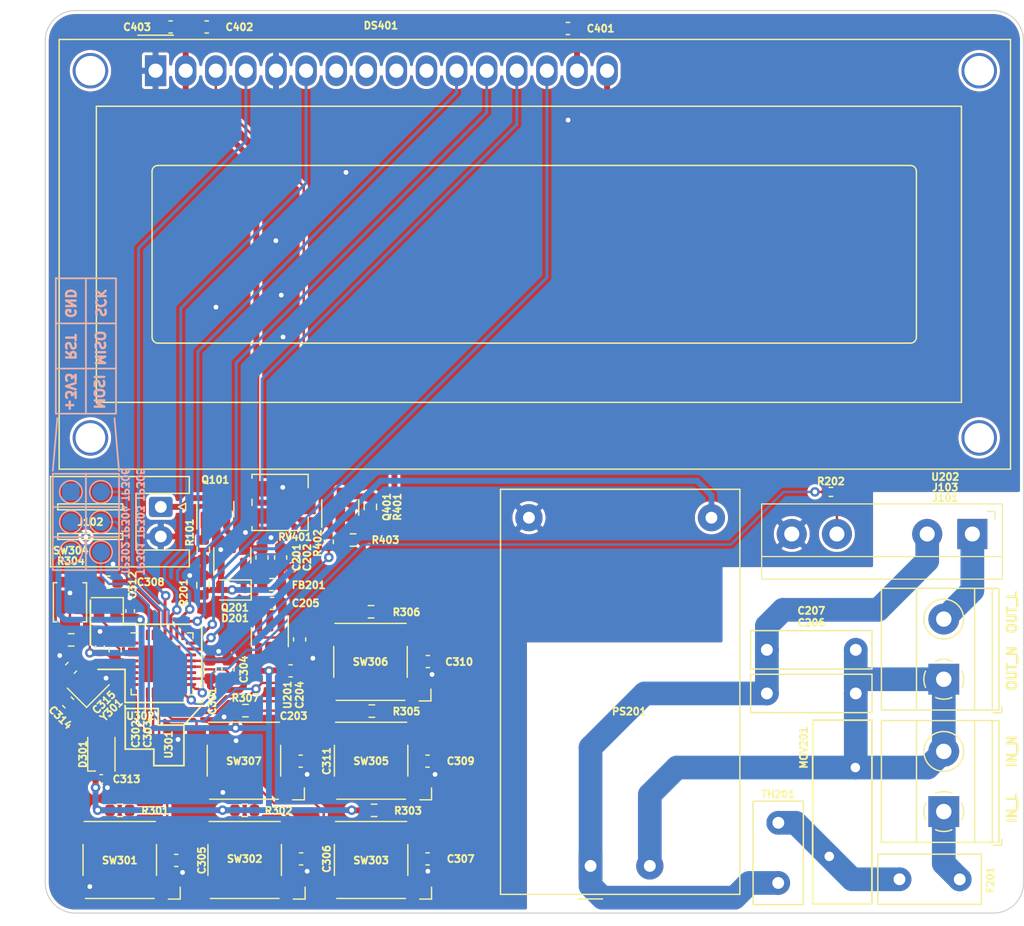
<source format=kicad_pcb>
(kicad_pcb (version 20221018) (generator pcbnew)
  (layers (0 "F.Cu" signal) (31 "B.Cu" signal) (34 "B.Paste" user) (35 "F.Paste" user) (36 "B.SilkS" user "B.Silkscreen") (37 "F.SilkS" user "F.Silkscreen") (38 "B.Mask" user) (39 "F.Mask" user) (44 "Edge.Cuts" user))
  (net 0 "")
  (net 1 "/Digital_Timer_Switch_Power/AC_L")
  (net 2 "GND")
  (net 3 "/Digital_Timer_Switch_Power/AC_IN_N")
  (net 4 "+5V")
  (net 5 "+3V3")
  (net 6 "Net-(D201-K)")
  (net 7 "Net-(D201-A)")
  (net 9 "/Digital_Timer_Switch_Power/AC_IN_L")
  (net 10 "/MCU_ATMEGA328P-M/XH1")
  (net 11 "Net-(U301-AREF)")
  (net 12 "/MCU_ATMEGA328P-M/PD6")
  (net 13 "Net-(F201-Pad1)")
  (net 14 "Net-(Q401-B)")
  (net 15 "Net-(Q401-C)")
  (net 16 "Net-(R202-Pad1)")
  (net 17 "/MCU_ATMEGA328P-M/PD7")
  (net 18 "Net-(J102-Pin_1)")
  (net 19 "/MODULE_LCD1602_4BIT/CATHODE")
  (net 20 "Net-(Q101-G)")
  (net 21 "/MODULE_LCD1602_4BIT/CONTRAST")
  (net 22 "/Digital_Timer_Switch_Power/VAUX")
  (net 23 "/MCU_ATMEGA328P-M/PB0")
  (net 24 "/MCU_ATMEGA328P-M/XH2")
  (net 27 "/MCU_ATMEGA328P-M/PB2")
  (net 30 "/MCU_ATMEGA328P-M/NRST")
  (net 31 "/MCU_ATMEGA328P-M/PB3")
  (net 32 "/MCU_ATMEGA328P-M/PB1")
  (net 33 "/MCU_ATMEGA328P-M/PB4")
  (net 38 "/Digital_Timer_Switch_Power/AC_OUT")
  (net 40 "/MCU_ATMEGA328P-M/XL")
  (net 41 "/MCU_ATMEGA328P-M/LED")
  (net 42 "/MCU_ATMEGA328P-M/PC0")
  (net 43 "/MCU_ATMEGA328P-M/PC1")
  (net 44 "/MCU_ATMEGA328P-M/PB5")
  (net 45 "/MCU_ATMEGA328P-M/PC2")
  (net 46 "/MCU_ATMEGA328P-M/PC3")
  (net 47 "/MCU_ATMEGA328P-M/PC4")
  (net 48 "/MCU_ATMEGA328P-M/PC5")
  (footprint "Button_Switch_SMD:SW_SPST_Omron_B3FS-105xP" (layer "F.Cu") (at 119.8372 128.234 180)
    (fp_text reference "SW307")
    (fp_text value "SW_PROG")
  )
  (footprint "Diode_SMD:D_SOD-323F" (layer "F.Cu") (at 118.8378 113.8197 180)
    (fp_text reference "D201")
    (fp_text value "2.5A")
  )
  (footprint "Potentiometer_SMD:Potentiometer_Bourns_3314J_Vertical" (layer "F.Cu") (at 122.8852 106.426 90)
    (fp_text reference "RV401")
    (fp_text value "10K")
  )
  (footprint "Resistor_SMD:R_0402_1005Metric" (layer "F.Cu") (at 169.3692 105.537 180)
    (fp_text reference "R202")
    (fp_text value "1K 0.1%")
  )
  (footprint "Capacitor_SMD:C_0603_1608Metric" (layer "F.Cu") (at 105.254434 120.396 -135)
    (fp_text reference "C315")
    (fp_text value "22p 1% 50V")
  )
  (footprint "Button_Switch_SMD:SW_SPST_Omron_B3FS-105xP" (layer "F.Cu") (at 119.9002 136.616 180)
    (fp_text reference "SW302")
    (fp_text value "SW_TIME")
  )
  (footprint "Capacitor_SMD:C_0603_1608Metric" (layer "F.Cu") (at 123.7742 120.65)
    (fp_text reference "C203")
    (fp_text value "1u 10% 10V")
  )
  (footprint "My_Relay_SolidState:CPC1998J" (layer "F.Cu") (at 181.3052 109.093 180)
    (fp_text reference "U202")
    (fp_text value "CPC1998J")
  )
  (footprint "Button_Switch_SMD:SW_SPST_Omron_B3FS-105xP" (layer "F.Cu") (at 109.3592 136.616 180)
    (fp_text reference "SW301")
    (fp_text value "SW_AUTO")
  )
  (footprint "Resistor_SMD:R_0603_1608Metric" (layer "F.Cu") (at 119.9002 132.425)
    (fp_text reference "R302")
    (fp_text value "10K 0.1%")
  )
  (footprint "Capacitor_SMD:C_0402_1005Metric" (layer "F.Cu") (at 107.7974 129.7714)
    (fp_text reference "C313")
    (fp_text value "100n 10V 5%")
  )
  (footprint "Capacitor_SMD:C_0603_1608Metric" (layer "F.Cu") (at 124.6632 136.525)
    (fp_text reference "C306")
    (fp_text value "1u 10% 10V")
  )
  (footprint "Resistor_SMD:R_0603_1608Metric" (layer "F.Cu") (at 119.9642 124.007)
    (fp_text reference "R307")
    (fp_text value "10K 0.1%")
  )
  (footprint "Inductor_SMD:L_0603_1608Metric" (layer "F.Cu") (at 122.174 113.3602)
    (fp_text reference "FB201")
    (fp_text value "220R@100MHz 1.5A")
  )
  (footprint "Capacitor_SMD:C_0603_1608Metric" (layer "F.Cu") (at 116.967 120.5318 90)
    (fp_text reference "C301")
    (fp_text value "100n 10% 10V")
  )
  (footprint "Resistor_SMD:R_0402_1005Metric" (layer "F.Cu") (at 127 109.7534 90)
    (fp_text reference "R402")
    (fp_text value "1K 0.1%")
  )
  (footprint "Resistor_SMD:R_0603_1608Metric" (layer "F.Cu") (at 130.5682 115.661)
    (fp_text reference "R306")
    (fp_text value "10K 0.1%")
  )
  (footprint "Capacitor_SMD:C_0603_1608Metric" (layer "F.Cu") (at 135.3312 136.525)
    (fp_text reference "C307")
    (fp_text value "1u 10% 10V")
  )
  (footprint "Capacitor_SMD:C_0402_1005Metric" (layer "F.Cu") (at 107.696 118.6548 90)
    (fp_text reference "C302")
    (fp_text value "10u 20% 10V X5R")
  )
  (footprint "Resistor_SMD:R_0603_1608Metric" (layer "F.Cu") (at 109.3592 132.425)
    (fp_text reference "R301")
    (fp_text value "10K 0.1%")
  )
  (footprint "Package_TO_SOT_SMD:SOT-23" (layer "F.Cu") (at 117.4242 106.998 90)
    (fp_text reference "Q101")
    (fp_text value "AO3401A")
  )
  (footprint "Capacitor_SMD:C_0603_1608Metric" (layer "F.Cu") (at 124.5362 117.996 90)
    (fp_text reference "C204")
    (fp_text value "100n 10% 10V")
  )
  (footprint "Capacitor_SMD:C_0603_1608Metric" (layer "F.Cu") (at 121.3612 111.0742 90)
    (fp_text reference "C201")
    (fp_text value "1u 10% 10V")
  )
  (footprint "Crystal:Crystal_SMD_2016-4Pin_2.0x1.6mm" (layer "F.Cu") (at 108.3056 115.6146 180)
    (fp_text reference "U302")
    (fp_text value "SX1M32.768KM10F30TN")
  )
  (footprint "LED_SMD:LED_WS2812B-2020_PLCC4_2.0x2.0mm" (layer "F.Cu") (at 107.8064 127.6864 90)
    (fp_text reference "D301")
    (fp_text value "WS2812B")
  )
  (footprint "TerminalBlock_Phoenix:TerminalBlock_Phoenix_MKDS-1,5-2-5.08_1x02_P5.08mm_Horizontal" (layer "F.Cu") (at 178.8922 132.528 90)
    (fp_text reference "J101")
    (fp_text value "AC_IN")
  )
  (footprint "Capacitor_SMD:C_0603_1608Metric" (layer "F.Cu") (at 124.6254 128.27)
    (fp_text reference "C311")
    (fp_text value "1u 10% 10V")
  )
  (footprint "Capacitor_THT:C_Rect_L10.0mm_W3.0mm_P7.50mm_MKS4" (layer "F.Cu") (at 163.9662 118.872)
    (fp_text reference "C207")
    (fp_text value "0.33u 275V")
  )
  (footprint "Capacitor_THT:C_Rect_L10.0mm_W3.0mm_P7.50mm_MKS4" (layer "F.Cu") (at 163.9662 122.555)
    (fp_text reference "C206")
    (fp_text value "0.33u 275V")
  )
  (footprint "Capacitor_SMD:C_0603_1608Metric" (layer "F.Cu") (at 135.3566 119.8626)
    (fp_text reference "C310")
    (fp_text value "1u 10% 10V")
  )
  (footprint "Resistor_SMD:R_0603_1608Metric" (layer "F.Cu") (at 105.2576 118.0338 180)
    (fp_text reference "R304")
    (fp_text value "10K 0.1%")
  )
  (footprint "Package_DFN_QFN:QFN-32-1EP_5x5mm_P0.5mm_EP3.1x3.1mm" (layer "F.Cu") (at 112.9275 120.0518)
    (fp_text reference "U301")
    (fp_text value "ATmega328P-M")
  )
  (footprint "Package_TO_SOT_SMD:SOT-23" (layer "F.Cu") (at 118.8568 110.8987 90)
    (fp_text reference "Q201")
    (fp_text value "AO3401A")
  )
  (footprint "Connector_JST:JST_XH_S2B-XH-A_1x02_P2.50mm_Horizontal" (layer "F.Cu") (at 112.8192 106.8035 -90)
    (fp_text reference "J102")
    (fp_text value "Conn_VIN")
  )
  (footprint "Package_TO_SOT_SMD:SOT-23-5" (layer "F.Cu") (at 122.0216 117.7997 -90)
    (fp_text reference "U201")
    (fp_text value "TLV75733PDBV")
  )
  (footprint "Resistor_SMD:R_0603_1608Metric" (layer "F.Cu") (at 116.3828 113.411 90)
    (fp_text reference "R201")
    (fp_text value "10K 0.1%")
  )
  (footprint "Display:WC1602A" (layer "F.Cu") (at 112.3823 69.977)
    (fp_text reference "DS401")
    (fp_text value "WC1602A")
  )
  (footprint "Capacitor_SMD:C_0603_1608Metric" (layer "F.Cu") (at 114.1222 136.652)
    (fp_text reference "C305")
    (fp_text value "1u 10% 10V")
  )
  (footprint "Resistor_SMD:R_0603_1608Metric" (layer "F.Cu") (at 130.5052 106.807 90)
    (fp_text reference "R401")
    (fp_text value "100R")
  )
  (footprint "Capacitor_SMD:C_0402_1005Metric" (layer "F.Cu") (at 110.236 115.5954 90)
    (fp_text reference "C312")
    (fp_text value "100n 10V 5%")
  )
  (footprint "Varistor:RV_Disc_D15.5mm_W5mm_P7.5mm" (layer "F.Cu") (at 169.2297 136.311 90)
    (fp_text reference "MOV201")
    (fp_text value "300V")
  )
  (footprint "Capacitor_SMD:C_0603_1608Metric" (layer "F.Cu") (at 147.1763 66.4115 180)
    (fp_text reference "C401")
    (fp_text value "100n 10% 10V")
  )
  (footprint "Resistor_SMD:R_0603_1608Metric" (layer "F.Cu") (at 129.0452 109.601)
    (fp_text reference "R403")
    (fp_text value "10K 0.1%")
  )
  (footprint "Capacitor_SMD:C_0603_1608Metric" (layer "F.Cu") (at 113.6483 66.2845 180)
    (fp_text reference "C403")
    (fp_text value "100n 10% 10V")
  )
  (footprint "Capacitor_SMD:C_0603_1608Metric" (layer "F.Cu") (at 135.3312 128.27)
    (fp_text reference "C309")
    (fp_text value "1u 10% 10V")
  )
  (footprint "Capacitor_SMD:C_0603_1608Metric" (layer "F.Cu") (at 122.2104 114.9529 180)
    (fp_text reference "C205")
    (fp_text value "1u 10% 10V")
  )
  (footprint "Fuse:Fuse_Littelfuse_395Series" (layer "F.Cu") (at 164.9222 138.557 90)
    (fp_text reference "TH201")
    (fp_text value "NTC")
  )
  (footprint "Capacitor_SMD:C_0603_1608Metric" (layer "F.Cu") (at 122.936 111.0742 90)
    (fp_text reference "C202")
    (fp_text value "1u 10% 10V")
  )
  (footprint "Capacitor_SMD:C_0603_1608Metric" (layer "F.Cu") (at 105.000434 123.317 135)
    (fp_text reference "C314")
    (fp_text value "22p 1% 50V")
  )
  (footprint "Button_Switch_SMD:SW_SPST_Omron_B3FS-105xP" (layer "F.Cu") (at 130.5682 136.616 180)
    (fp_text reference "SW303")
    (fp_text value "SW_DAY")
  )
  (footprint "Button_Switch_SMD:SW_SPST_Omron_B3FS-105xP" (layer "F.Cu") (at 130.5174 119.888 180)
    (fp_text reference "SW306")
    (fp_text value "SW_MIN")
  )
  (footprint "Button_Switch_SMD:SW_SPST_B3U-1000P" (layer "F.Cu") (at 105.156 114.857 -90)
    (fp_text reference "SW304")
    (fp_text value "SW_RST")
  )
  (footprint "Package_TO_SOT_SMD:SOT-23" (layer "F.Cu") (at 127.9652 106.8555 90)
    (fp_text reference "Q401")
    (fp_text value "MMBT3904")
  )
  (footprint "Crystal:Crystal_SMD_2016-4Pin_2.0x1.6mm" (layer "F.Cu") (at 106.700934 121.9626 45)
    (fp_text reference "Y301")
    (fp_text value "16MHz")
  )
  (footprint "Capacitor_SMD:C_0603_1608Metric" (layer "F.Cu") (at 108.966 118.9062 90)
    (fp_text reference "C303")
    (fp_text value "100n 10% 10V")
  )
  (footprint "Resistor_SMD:R_0603_1608Metric" (layer "F.Cu") (at 130.6322 124.043)
    (fp_text reference "R305")
    (fp_text value "10K 0.1%")
  )
  (footprint "Capacitor_SMD:C_0603_1608Metric" (layer "F.Cu") (at 116.6963 66.2845)
    (fp_text reference "C402")
    (fp_text value "1u 10% 10V")
  )
  (footprint "Button_Switch_SMD:SW_SPST_Omron_B3FS-105xP" (layer "F.Cu") (at 130.5682 128.234 180)
    (fp_text reference "SW305")
    (fp_text value "SW_HOUR")
  )
  (footprint "Resistor_SMD:R_0603_1608Metric" (layer "F.Cu") (at 116.4082 110.427 -90)
    (fp_text reference "R101")
    (fp_text value "10K 0.1%")
  )
  (footprint "Converter_ACDC:Converter_ACDC_HiLink_HLK-PMxx" (layer "F.Cu") (at 149.0872 137.1175 90)
    (fp_text reference "PS201")
    (fp_text value "HLK-PM03")
  )
  (footprint "TerminalBlock_Phoenix:TerminalBlock_Phoenix_MKDS-1,5-2-5.08_1x02_P5.08mm_Horizontal" (layer "F.Cu") (at 178.8922 121.357 90)
    (fp_text reference "J103")
    (fp_text value "AC_OUT")
  )
  (footprint "Capacitor_SMD:C_0603_1608Metric" (layer "F.Cu") (at 108.4072 113.157)
    (fp_text reference "C308")
    (fp_text value "1u 10% 10V")
  )
  (footprint "Capacitor_SMD:C_0603_1608Metric" (layer "F.Cu") (at 118.491 120.5188 90)
    (fp_text reference "C304")
    (fp_text value "100n 10% 10V")
  )
  (footprint "Fuse:Fuse_Littelfuse_395Series" (layer "F.Cu") (at 175.1582 138.243)
    (fp_text reference "F201")
    (fp_text value "5A")
  )
  (footprint "Resistor_SMD:R_0603_1608Metric" (layer "F.Cu") (at 130.8222 132.425)
    (fp_text reference "R303")
    (fp_text value "10K 0.1%")
  )
  (footprint "TestPoint:TestPoint_Pad_D1.5mm" (layer "B.Cu") (at 105.2322 105.537 -90)
    (fp_text reference "TP306")
    (fp_text value "TP_GND")
  )
  (footprint "TestPoint:TestPoint_Pad_D1.5mm" (layer "B.Cu") (at 107.7722 108.077 -90)
    (fp_text reference "TP303")
    (fp_text value "TP_MISO")
  )
  (footprint "TestPoint:TestPoint_Pad_D1.5mm" (layer "B.Cu") (at 107.7722 110.617 -90)
    (fp_text reference "TP301")
    (fp_text value "TP_MOSI")
  )
  (footprint "TestPoint:TestPoint_Pad_D1.5mm" (layer "B.Cu") (at 105.2322 108.077 -90)
    (fp_text reference "TP304")
    (fp_text value "TP_RST")
  )
  (footprint "TestPoint:TestPoint_Pad_D1.5mm" (layer "B.Cu") (at 105.2322 110.617 -90)
    (fp_text reference "TP302")
    (fp_text value "TP_VCC")
  )
  (footprint "TestPoint:TestPoint_Pad_D1.5mm" (layer "B.Cu") (at 107.7722 105.537 -90)
    (fp_text reference "TP305")
    (fp_text value "TP_SCK")
  )
  (gr_line (start 109.2962 103.759) (end 108.9152 99.314) (stroke (width 0.15)) (layer "B.SilkS"))
  (gr_line (start 103.7082 106.807) (end 109.2962 106.807) (stroke (width 0.15)) (layer "B.SilkS"))
  (gr_line (start 106.5022 98.933) (end 106.5022 87.503) (stroke (width 0.15)) (layer "B.SilkS"))
  (gr_line (start 103.9622 91.313) (end 109.0422 91.313) (stroke (width 0.15)) (layer "B.SilkS"))
  (gr_line (start 103.7082 109.347) (end 109.2962 109.347) (stroke (width 0.15)) (layer "B.SilkS"))
  (gr_line (start 104.0892 99.314) (end 103.7082 103.759) (stroke (width 0.15)) (layer "B.SilkS"))
  (gr_rect (start 103.9622 87.503) (end 109.0422 98.933) (stroke (width 0.15)) (fill none) (layer "B.SilkS"))
  (gr_line (start 106.5022 112.141) (end 106.5022 104.013) (stroke (width 0.15)) (layer "B.SilkS"))
  (gr_line (start 109.0422 95.123) (end 103.9622 95.123) (stroke (width 0.15)) (layer "B.SilkS"))
  (gr_rect (start 103.7082 104.013) (end 109.2962 112.141) (stroke (width 0.15)) (fill none) (layer "B.SilkS"))
  (gr_line (start 109.8202 124.079) (end 109.8202 127.254) (stroke (width 0.15)) (layer "F.SilkS"))
  (gr_line (start 116.2812 123.317) (end 116.2812 123.063) (stroke (width 0.15)) (layer "F.SilkS"))
  (gr_line (start 112.2332 128.651) (end 112.2332 127.254) (stroke (width 0.15)) (layer "F.SilkS"))
  (gr_line (start 115.9002 123.317) (end 116.2812 123.317) (stroke (width 0.15)) (layer "F.SilkS"))
  (gr_line (start 109.8042 120.523) (end 109.8042 123.317) (stroke (width 0.15)) (layer "F.SilkS"))
  (gr_line (start 109.8202 124.079) (end 109.8202 123.825) (stroke (width 0.15)) (layer "F.SilkS"))
  (gr_line (start 112.5982 123.825) (end 112.5982 125.222) (stroke (width 0.15)) (layer "F.SilkS"))
  (gr_line (start 115.2652 116.713) (end 109.8042 116.713) (stroke (width 0.15)) (layer "F.SilkS"))
  (gr_line (start 114.8842 125.095) (end 116.2812 123.571) (stroke (width 0.15)) (layer "F.SilkS"))
  (gr_line (start 109.8202 127.254) (end 112.2332 127.254) (stroke (width 0.15)) (layer "F.SilkS"))
  (gr_line (start 112.5982 125.222) (end 114.7732 125.222) (stroke (width 0.15)) (layer "F.SilkS"))
  (gr_line (start 106.8832 114.681) (end 106.8832 118.491) (stroke (width 0.15)) (layer "F.SilkS"))
  (gr_line (start 109.8202 123.825) (end 109.8042 123.571) (stroke (width 0.15)) (layer "F.SilkS"))
  (gr_line (start 114.7732 128.651) (end 114.7732 125.222) (stroke (width 0.15)) (layer "F.SilkS"))
  (gr_line (start 109.8042 120.523) (end 107.5182 120.523) (stroke (width 0.15)) (layer "F.SilkS"))
  (gr_line (start 109.8042 123.317) (end 114.7572 123.317) (stroke (width 0.15)) (layer "F.SilkS"))
  (gr_line (start 112.2332 128.651) (end 114.7732 128.651) (stroke (width 0.15)) (layer "F.SilkS"))
  (gr_line (start 116.2812 122.047) (end 116.2812 116.967) (stroke (width 0.15)) (layer "F.SilkS"))
  (gr_line (start 109.8202 123.825) (end 112.5982 123.825) (stroke (width 0.15)) (layer "F.SilkS"))
  (gr_arc (start 105.6132 141.097) (mid 103.817149 140.353051) (end 103.0732 138.557) (stroke (width 0.1)) (layer "Edge.Cuts"))
  (gr_line (start 183.0832 141.097) (end 105.6132 141.097) (stroke (width 0.1)) (layer "Edge.Cuts"))
  (gr_arc (start 183.0832 64.897) (mid 184.879251 65.640949) (end 185.6232 67.437) (stroke (width 0.1)) (layer "Edge.Cuts"))
  (gr_line (start 105.6132 64.897) (end 183.0832 64.897) (stroke (width 0.1)) (layer "Edge.Cuts"))
  (gr_arc (start 185.6232 138.557) (mid 184.879251 140.353051) (end 183.0832 141.097) (stroke (width 0.1)) (layer "Edge.Cuts"))
  (gr_arc (start 103.0732 67.437) (mid 103.817149 65.640949) (end 105.6132 64.897) (stroke (width 0.1)) (layer "Edge.Cuts"))
  (gr_line (start 103.0732 138.557) (end 103.0732 67.437) (stroke (width 0.1)) (layer "Edge.Cuts"))
  (gr_line (start 185.6232 67.437) (end 185.6232 138.557) (stroke (width 0.1)) (layer "Edge.Cuts"))
  (gr_text "SCK" (at 107.2642 88.265 -90) (layer "B.SilkS") (effects (font (size 0.8 0.8) (thickness 0.2) bold) (justify right bottom mirror)))
  (gr_text "MOSI" (at 107.1372 95.504 -90) (layer "B.SilkS") (effects (font (size 0.8 0.8) (thickness 0.2) bold) (justify right bottom mirror)))
  (gr_text "GND" (at 104.7242 88.265 -90) (layer "B.SilkS") (effects (font (size 0.8 0.8) (thickness 0.2) bold) (justify right bottom mirror)))
  (gr_text "+3V3" (at 104.7242 95.377 -90) (layer "B.SilkS") (effects (font (size 0.8 0.8) (thickness 0.2) bold) (justify right bottom mirror)))
  (gr_text "RST" (at 104.7242 92.075 -90) (layer "B.SilkS") (effects (font (size 0.8 0.8) (thickness 0.2) bold) (justify right bottom mirror)))
  (gr_text "MISO" (at 107.2134 91.821 -90) (layer "B.SilkS") (effects (font (size 0.8 0.8) (thickness 0.2) bold) (justify right bottom mirror)))
  (gr_text "OUT_N" (at 185.1152 122.428 90) (layer "F.SilkS") (effects (font (size 0.8 0.8) (thickness 0.2) bold) (justify left bottom)))
  (gr_text "IN_N" (at 185.1152 128.905 90) (layer "F.SilkS") (effects (font (size 0.8 0.8) (thickness 0.2) bold) (justify left bottom)))
  (gr_text "IN_L" (at 185.1152 133.604 90) (layer "F.SilkS") (effects (font (size 0.8 0.8) (thickness 0.2) bold) (justify left bottom)))
  (gr_text "OUT_L" (at 185.1152 117.602 90) (layer "F.SilkS") (effects (font (size 0.8 0.8) (thickness 0.2) bold) (justify left bottom)))
  (segment (start 149.0872 127.1124) (end 153.6446 122.555) (width 2) (layer "B.Cu") (net 1))
  (segment (start 161.2438 139.797) (end 150.084 139.797) (width 2) (layer "B.Cu") (net 1))
  (segment (start 173.355 115.4938) (end 165.3286 115.4938) (width 2) (layer "B.Cu") (net 1))
  (segment (start 150.084 139.797) (end 149.0872 138.8002) (width 2) (layer "B.Cu") (net 1))
  (segment (start 149.0872 137.1175) (end 149.0872 127.1124) (width 2) (layer "B.Cu") (net 1))
  (segment (start 149.0872 138.8002) (end 149.0872 137.1175) (width 2) (layer "B.Cu") (net 1))
  (segment (start 177.4952 109.093) (end 177.4952 111.3536) (width 2) (layer "B.Cu") (net 1))
  (segment (start 177.4952 111.3536) (end 173.355 115.4938) (width 2) (layer "B.Cu") (net 1))
  (segment (start 162.4838 138.557) (end 161.2438 139.797) (width 2) (layer "B.Cu") (net 1))
  (segment (start 163.9662 122.555) (end 163.9662 118.872) (width 2) (layer "B.Cu") (net 1))
  (segment (start 165.3286 115.4938) (end 163.9662 116.8562) (width 2) (layer "B.Cu") (net 1))
  (segment (start 153.6446 122.555) (end 163.9662 122.555) (width 2) (layer "B.Cu") (net 1))
  (segment (start 163.9662 116.8562) (end 163.9662 118.872) (width 2) (layer "B.Cu") (net 1))
  (segment (start 164.9222 138.557) (end 162.4838 138.557) (width 2) (layer "B.Cu") (net 1))
  (segment (start 107.607066 121.856534) (end 108.201235 121.262365) (width 0.5) (layer "F.Cu") (net 2))
  (segment (start 110.49 119.3018) (end 109.8276 119.3018) (width 0.2) (layer "F.Cu") (net 2))
  (segment (start 115.365 119.8018) (end 113.1775 119.8018) (width 0.2) (layer "F.Cu") (net 2))
  (segment (start 110.49 120.3018) (end 112.6775 120.3018) (width 0.2) (layer "F.Cu") (net 2))
  (segment (start 116.922 119.8018) (end 116.967 119.7568) (width 0.2) (layer "F.Cu") (net 2))
  (segment (start 112.6775 120.3018) (end 112.9275 120.0518) (width 0.2) (layer "F.Cu") (net 2))
  (segment (start 107.696 118.1748) (end 108.9224 118.1748) (width 0.2) (layer "F.Cu") (net 2))
  (segment (start 112.1775 119.3018) (end 112.9275 120.0518) (width 0.2) (layer "F.Cu") (net 2))
  (segment (start 107.584817 121.856534) (end 107.607066 121.856534) (width 0.5) (layer "F.Cu") (net 2))
  (segment (start 115.365 119.8018) (end 116.922 119.8018) (width 0.2) (layer "F.Cu") (net 2))
  (segment (start 110.49 119.3018) (end 112.1775 119.3018) (width 0.2) (layer "F.Cu") (net 2))
  (segment (start 110.209408 114.4915) (end 110.236 114.518092) (width 0.5) (layer "F.Cu") (net 2))
  (segment (start 122.0216 116.6622) (end 122.0216 115.5391) (width 0.5) (layer "F.Cu") (net 2))
  (segment (start 110.236 114.518092) (end 110.236 115.1154) (width 0.5) (layer "F.Cu") (net 2))
  (segment (start 108.2774 129.7714) (end 108.2774 130.468097) (width 0.5) (layer "F.Cu") (net 2))
  (segment (start 113.1775 119.8018) (end 112.9275 120.0518) (width 0.2) (layer "F.Cu") (net 2))
  (segment (start 122.0216 115.5391) (end 121.4354 114.9529) (width 0.5) (layer "F.Cu") (net 2))
  (segment (start 108.966 118.4402) (end 108.966 118.1312) (width 0.2) (layer "F.Cu") (net 2))
  (segment (start 108.9224 118.1748) (end 108.966 118.1312) (width 0.2) (layer "F.Cu") (net 2))
  (segment (start 108.2774 130.468097) (end 108.314503 130.5052) (width 0.5) (layer "F.Cu") (net 2))
  (segment (start 109.8276 119.3018) (end 108.966 118.4402) (width 0.2) (layer "F.Cu") (net 2))
  (via (at 118.0592 130.9116) (size 0.8) (drill 0.4) (layers "F.Cu" "B.Cu") (net 2))
  (via (at 114.2746 126.4412) (size 0.8) (drill 0.4) (layers "F.Cu" "B.Cu") (net 2))
  (via (at 106.8324 138.8618) (size 0.8) (drill 0.4) (layers "F.Cu" "B.Cu") (net 2))
  (via (at 125.1712 137.5664) (size 0.8) (drill 0.4) (layers "F.Cu" "B.Cu") (net 2))
  (via (at 117.7036 118.999) (size 0.8) (drill 0.4) (layers "F.Cu" "B.Cu") (net 2))
  (via (at 107.696 117.3226) (size 0.8) (drill 0.4) (layers "F.Cu" "B.Cu") (net 2))
  (via (at 119.1768 126.5428) (size 0.8) (drill 0.4) (layers "F.Cu" "B.Cu") (net 2))
  (via (at 125.6538 119.5832) (size 0.8) (drill 0.4) (layers "F.Cu" "B.Cu") (net 2))
  (via (at 122.5296 84.328) (size 0.8) (drill 0.4) (layers "F.Cu" "B.Cu") (net 2))
  (via (at 122.9868 88.9254) (size 0.8) (drill 0.4) (layers "F.Cu" "B.Cu") (net 2))
  (via (at 114.6556 137.668) (size 0.8) (drill 0.4) (layers "F.Cu" "B.Cu") (net 2))
  (via (at 135.7122 120.9548) (size 0.8) (drill 0.4) (layers "F.Cu" "B.Cu") (net 2))
  (via (at 135.3566 137.5664) (size 0.8) (drill 0.4) (layers "F.Cu" "B.Cu") (net 2))
  (via (at 108.314503 130.5052) (size 0.8) (drill 0.4) (layers "F.Cu" "B.Cu") (net 2))
  (via (at 104.2924 119.3546) (size 0.8) (drill 0.4) (layers "F.Cu" "B.Cu") (net 2))
  (via (at 115.2652 112.5982) (size 0.8) (drill 0.4) (layers "F.Cu" "B.Cu") (net 2))
  (via (at 108.201235 121.262365) (size 0.8) (drill 0.4) (layers "F.Cu" "B.Cu") (net 2))
  (via (at 122.1232 109.3978) (size 0.8) (drill 0.4) (layers "F.Cu" "B.Cu") (net 2))
  (via (at 117.8814 110.4138) (size 0.8) (drill 0.4) (layers "F.Cu" "B.Cu") (net 2))
  (via (at 117.475 89.9414) (size 0.8) (drill 0.4) (layers "F.Cu" "B.Cu") (net 2))
  (via (at 108.7882 111.633) (size 0.8) (drill 0.4) (layers "F.Cu" "B.Cu") (net 2))
  (via (at 125.1712 129.3876) (size 0.8) (drill 0.4) (layers "F.Cu" "B.Cu") (net 2))
  (via (at 105.156 114.0714) (size 0.8) (drill 0.4) (layers "F.Cu" "B.Cu") (net 2))
  (via (at 123.1392 92.456) (size 0.8) (drill 0.4) (layers "F.Cu" "B.Cu") (net 2))
  (via (at 135.9662 129.3876) (size 0.8) (drill 0.4) (layers "F.Cu" "B.Cu") (net 2))
  (via (at 123.1138 105.156) (size 0.8) (drill 0.4) (layers "F.Cu" "B.Cu") (net 2))
  (via (at 118.1608 124.5362) (size 0.8) (drill 0.4) (layers "F.Cu" "B.Cu") (net 2))
  (via (at 147.193 74.1426) (size 0.8) (drill 0.4) (layers "F.Cu" "B.Cu") (net 2))
  (via (at 110.209408 114.4915) (size 0.8) (drill 0.4) (layers "F.Cu" "B.Cu") (net 2))
  (via (at 128.4478 78.5622) (size 0.8) (drill 0.4) (layers "F.Cu" "B.Cu") (net 2))
  (via (at 119.9642 108.966) (size 0.8) (drill 0.4) (layers "F.Cu" "B.Cu") (net 2))
  (segment (start 154.0872 131.104) (end 156.3802 128.811) (width 2) (layer "B.Cu") (net 3))
  (segment (start 171.4662 122.555) (end 171.4662 128.7745) (width 2) (layer "B.Cu") (net 3))
  (segment (start 177.5292 128.811) (end 178.8922 127.448) (width 2) (layer "B.Cu") (net 3))
  (segment (start 171.4297 128.811) (end 177.5292 128.811) (width 2) (layer "B.Cu") (net 3))
  (segment (start 154.0872 137.1175) (end 154.0872 131.104) (width 2) (layer "B.Cu") (net 3))
  (segment (start 156.3802 128.811) (end 171.4297 128.811) (width 2) (layer "B.Cu") (net 3))
  (segment (start 171.4662 118.872) (end 171.4662 121.2088) (width 2) (layer "B.Cu") (net 3))
  (segment (start 178.8922 121.357) (end 178.8922 127.448) (width 2) (layer "B.Cu") (net 3))
  (segment (start 171.4662 121.2088) (end 171.4662 122.555) (width 2) (layer "B.Cu") (net 3))
  (segment (start 178.8922 121.357) (end 171.6144 121.357) (width 2) (layer "B.Cu") (net 3))
  (segment (start 171.6144 121.357) (end 171.4662 121.2088) (width 2) (layer "B.Cu") (net 3))
  (segment (start 171.4662 128.7745) (end 171.4297 128.811) (width 2) (layer "B.Cu") (net 3))
  (segment (start 114.9223 71.8947) (end 114.9223 69.977) (width 0.5) (layer "F.Cu") (net 4))
  (segment (start 115.1382 67.8434) (end 115.2398 67.945) (width 0.5) (layer "F.Cu") (net 4))
  (segment (start 121.0716 116.6622) (end 121.0716 117.4902) (width 0.2) (layer "F.Cu") (net 4))
  (segment (start 123.8882 111.8492) (end 122.936 111.8492) (width 0.5) (layer "F.Cu") (net 4))
  (segment (start 147.9423 67.4878) (end 147.9423 66.4205) (width 0.5) (layer "F.Cu") (net 4))
  (segment (start 122.9615 113.3602) (end 122.9615 111.8747) (width 0.5) (layer "F.Cu") (net 4))
  (segment (start 120.8852 105.276) (end 120.8852 106.2802) (width 0.5) (layer "F.Cu") (net 4))
  (segment (start 122.9615 113.3602) (end 122.9615 114.929) (width 0.5) (layer "F.Cu") (net 4))
  (segment (start 115.2398 67.945) (end 147.9423 67.945) (width 0.5) (layer "F.Cu") (net 4))
  (segment (start 114.9223 68.0593) (end 115.1382 67.8434) (width 0.5) (layer "F.Cu") (net 4))
  (segment (start 122.9615 114.929) (end 122.9854 114.9529) (width 0.5) (layer "F.Cu") (net 4))
  (segment (start 124.1044 108.458) (end 124.1044 111.633) (width 0.5) (layer "F.Cu") (net 4))
  (segment (start 123.9012 108.2548) (end 124.1044 108.458) (width 0.5) (layer "F.Cu") (net 4))
  (segment (start 121.412 117.8306) (end 122.5804 117.8306) (width 0.2) (layer "F.Cu") (net 4))
  (segment (start 147.9423 66.4205) (end 147.9513 66.4115) (width 0.5) (layer "F.Cu") (net 4))
  (segment (start 114.9223 69.977) (end 114.9223 68.0593) (width 0.5) (layer "F.Cu") (net 4))
  (segment (start 115.1382 67.4878) (end 115.1382 66.2845) (width 0.5) (layer "F.Cu") (net 4))
  (segment (start 120.8852 105.276) (end 120.8852 77.8576) (width 0.5) (layer "F.Cu") (net 4))
  (segment (start 121.0716 117.4902) (end 121.412 117.8306) (width 0.2) (layer "F.Cu") (net 4))
  (segment (start 122.9716 114.9667) (end 122.9854 114.9529) (width 0.5) (layer "F.Cu") (net 4))
  (segment (start 124.1044 111.633) (end 123.8882 111.8492) (width 0.5) (layer "F.Cu") (net 4))
  (segment (start 120.8852 106.2802) (end 121.0564 106.4514) (width 0.5) (layer "F.Cu") (net 4))
  (segment (start 122.5804 117.8306) (end 122.9716 117.4394) (width 0.2) (layer "F.Cu") (net 4))
  (segment (start 120.8852 77.8576) (end 114.9223 71.8947) (width 0.5) (layer "F.Cu") (net 4))
  (segment (start 122.9716 117.4394) (end 122.9716 116.6622) (width 0.2) (layer "F.Cu") (net 4))
  (segment (start 122.9716 116.6622) (end 122.9716 114.9667) (width 0.5) (layer "F.Cu") (net 4))
  (segment (start 115.1382 66.2845) (end 115.9213 66.2845) (width 0.5) (layer "F.Cu") (net 4))
  (segment (start 121.0564 106.4514) (end 122.428 106.4514) (width 0.5) (layer "F.Cu") (net 4))
  (segment (start 122.9614 108.2548) (end 123.9012 108.2548) (width 0.5) (layer "F.Cu") (net 4))
  (segment (start 122.7074 106.7308) (end 122.7074 108.0008) (width 0.5) (layer "F.Cu") (net 4))
  (segment (start 115.1382 67.8434) (end 115.1382 67.4878) (width 0.5) (layer "F.Cu") (net 4))
  (segment (start 122.7074 108.0008) (end 122.9614 108.2548) (width 0.5) (layer "F.Cu") (net 4))
  (segment (start 122.428 106.4514) (end 122.7074 106.7308) (width 0.5) (layer "F.Cu") (net 4))
  (segment (start 147.9423 69.977) (end 147.9423 67.4878) (width 0.5) (layer "F.Cu") (net 4))
  (segment (start 122.9615 111.8747) (end 122.936 111.8492) (width 0.5) (layer "F.Cu") (net 4))
  (segment (start 114.4233 66.2845) (end 115.1382 66.2845) (width 0.5) (layer "F.Cu") (net 4))
  (segment (start 107.3174 128.6624) (end 107.2564 128.6014) (width 0.2) (layer "F.Cu") (net 5))
  (segment (start 129.8072 124.043) (end 129.8072 132.235) (width 0.5) (layer "F.Cu") (net 5))
  (segment (start 117.871567 122.259) (end 119.4982 122.259) (width 0.5) (layer "F.Cu") (net 5))
  (segment (start 106.8324 118.237) (end 106.8324 119.126) (width 0.2) (layer "F.Cu") (net 5))
  (segment (start 107.3174 130.5028) (end 107.315 130.5052) (width 0.5) (layer "F.Cu") (net 5))
  (segment (start 108.966 119.6812) (end 108.966 120.4722) (width 0.2) (layer "F.Cu") (net 5))
  (segment (start 108.5342 132.425) (end 107.5076 132.425) (width 0.5) (layer "F.Cu") (net 5))
  (segment (start 122.9716 118.9372) (end 122.9716 120.6092) (width 0.5) (layer "F.Cu") (net 5))
  (segment (start 116.2472 121.3018) (end 115.365 121.3018) (width 0.2) (layer "F.Cu") (net 5))
  (segment (start 119.8372 121.92) (end 119.8372 121.031) (width 0.5) (layer "F.Cu") (net 5))
  (segment (start 129.7432 123.979) (end 129.8072 124.043) (width 0.5) (layer "F.Cu") (net 5))
  (segment (start 108.966 119.6812) (end 109.5974 119.6812) (width 0.2) (layer "F.Cu") (net 5))
  (segment (start 110.236 116.0754) (end 109.8068 116.0754) (width 0.5) (layer "F.Cu") (net 5))
  (segment (start 116.967 121.9454) (end 116.967 121.3068) (width 0.5) (layer "F.Cu") (net 5))
  (segment (start 109.2956 120.8018) (end 110.49 120.8018) (width 0.2) (layer "F.Cu") (net 5))
  (segment (start 119.0752 132.425) (end 118.0486 132.425) (width 0.5) (layer "F.Cu") (net 5))
  (segment (start 120.2182 120.65) (end 121.9454 120.65) (width 0.5) (layer "F.Cu") (net 5))
  (segment (start 109.5974 119.6812) (end 109.718 119.8018) (width 0.2) (layer "F.Cu") (net 5))
  (segment (start 124.46 118.9104) (end 122.9984 118.9104) (width 0.5) (layer "F.Cu") (net 5))
  (segment (start 108.966 120.4722) (end 109.2956 120.8018) (width 0.2) (layer "F.Cu") (net 5))
  (segment (start 108.4196 119.1348) (end 107.696 119.1348) (width 0.5) (layer "F.Cu") (net 5))
  (segment (start 107.5076 132.425) (end 107.4928 132.4102) (width 0.5) (layer "F.Cu") (net 5))
  (segment (start 122.9984 118.9104) (end 122.9716 118.9372) (width 0.5) (layer "F.Cu") (net 5))
  (segment (start 119.1392 124.007) (end 119.1392 125.4628) (width 0.5) (layer "F.Cu") (net 5))
  (segment (start 117.865289 122.252722) (end 117.871567 122.259) (width 0.5) (layer "F.Cu") (net 5))
  (segment (start 129.9972 132.425) (end 128.9452 132.425) (width 0.5) (layer "F.Cu") (net 5))
  (segment (start 119.1392 125.4628) (end 119.126 125.476) (width 0.5) (layer "F.Cu") (net 5))
  (segment (start 109.0056 116.1646) (end 109.0056 115.0646) (width 0.2) (layer "F.Cu") (net 5))
  (segment (start 107.3174 129.7714) (end 107.3174 130.5028) (width 0.5) (layer "F.Cu") (net 5))
  (segment (start 117.701078 122.252722) (end 117.6948 122.259) (width 0.5) (layer "F.Cu") (net 5))
  (segment (start 118.0486 132.425) (end 118.0338 132.4102) (width 0.5) (layer "F.Cu") (net 5))
  (segment (start 107.3174 129.7714) (end 107.3174 128.6624) (width 0.2) (layer "F.Cu") (net 5))
  (segment (start 116.2522 121.3068) (end 116.2472 121.3018) (width 0.2) (layer "F.Cu") (net 5))
  (segment (start 129.7432 115.661) (end 129.7432 123.979) (width 0.5) (layer "F.Cu") (net 5))
  (segment (start 116.967 121.3068) (end 116.2522 121.3068) (width 0.2) (layer "F.Cu") (net 5))
  (segment (start 106.6292 118.0338) (end 106.8324 118.237) (width 0.2) (layer "F.Cu") (net 5))
  (segment (start 119.8372 121.031) (end 120.2182 120.65) (width 0.5) (layer "F.Cu") (net 5))
  (segment (start 107.696 119.1348) (end 106.8412 119.1348) (width 0.5) (layer "F.Cu") (net 5))
  (segment (start 110.8176 116.0754) (end 110.236 116.0754) (width 0.5) (layer "F.Cu") (net 5))
  (segment (start 106.0826 118.0338) (end 106.6292 118.0338) (width 0.2) (layer "F.Cu") (net 5))
  (segment (start 119.4982 122.259) (end 119.8372 121.92) (width 0.5) (layer "F.Cu") (net 5))
  (segment (start 128.9452 132.425) (end 128.9304 132.4102) (width 0.5) (layer "F.Cu") (net 5))
  (segment (start 129.8072 132.235) (end 129.9972 132.425) (width 0.5) (layer "F.Cu") (net 5))
  (segment (start 117.865289 122.252722) (end 117.701078 122.252722) (width 0.5) (layer "F.Cu") (net 5))
  (segment (start 117.865289 122.252722) (end 117.859011 122.259) (width 0.5) (layer "F.Cu") (net 5))
  (segment (start 117.2806 122.259) (end 116.967 121.9454) (width 0.5) (layer "F.Cu") (net 5))
  (segment (start 117.859011 122.259) (end 117.2806 122.259) (width 0.5) (layer "F.Cu") (net 5))
  (segment (start 111.0742 116.332) (end 110.8176 116.0754) (width 0.5) (layer "F.Cu") (net 5))
  (segment (start 109.7176 116.1646) (end 109.0056 116.1646) (width 0.5) (layer "F.Cu") (net 5))
  (segment (start 122.9738 120.6114) (end 121.984 120.6114) (width 0.5) (layer "F.Cu") (net 5))
  (segment (start 106.8412 119.1348) (end 106.8324 119.126) (width 0.5) (layer "F.Cu") (net 5))
  (segment (start 109.8068 116.0754) (end 109.7176 116.1646) (width 0.5) (layer "F.Cu") (net 5))
  (segment (start 108.966 119.6812) (end 108.4196 119.1348) (width 0.5) (layer "F.Cu") (net 5))
  (segment (start 122.9716 120.6092) (end 122.9738 120.6114) (width 0.5) (layer "F.Cu") (net 5))
  (segment (start 110.49 119.8018) (end 109.718 119.8018) (width 0.2) (layer "F.Cu") (net 5))
  (segment (start 121.984 120.6114) (end 121.9454 120.65) (width 0.5) (layer "F.Cu") (net 5))
  (via (at 107.315 130.5052) (size 0.8) (drill 0.4) (layers "F.Cu" "B.Cu") (net 5))
  (via (at 121.9454 120.65) (size 0.8) (drill 0.4) (layers "F.Cu" "B.Cu") (net 5))
  (via (at 106.8324 119.126) (size 0.8) (drill 0.4) (layers "F.Cu" "B.Cu") (net 5))
  (via (at 118.0338 132.4102) (size 0.8) (drill 0.4) (layers "F.Cu" "B.Cu") (net 5))
  (via (at 111.0742 116.332) (size 0.8) (drill 0.4) (layers "F.Cu" "B.Cu") (net 5))
  (via (at 128.9304 132.4102) (size 0.8) (drill 0.4) (layers "F.Cu" "B.Cu") (net 5))
  (via (at 119.126 125.476) (size 0.8) (drill 0.4) (layers "F.Cu" "B.Cu") (net 5))
  (via (at 107.4928 132.4102) (size 0.8) (drill 0.4) (layers "F.Cu" "B.Cu") (net 5))
  (segment (start 111.0742 116.332) (end 104.7242 116.332) (width 0.5) (layer "B.Cu") (net 5))
  (segment (start 111.0742 116.332) (end 111.2012 116.459) (width 0.5) (layer "B.Cu") (net 5))
  (segment (start 111.887 125.476) (end 119.126 125.476) (width 0.5) (layer "B.Cu") (net 5))
  (segment (start 111.2012 124.7902) (end 111.887 125.476) (width 0.5) (layer "B.Cu") (net 5))
  (segment (start 119.126 125.476) (end 121.9454 125.476) (width 0.5) (layer "B.Cu") (net 5))
  (segment (start 121.9454 124.8664) (end 121.9454 132.4102) (width 0.5) (layer "B.Cu") (net 5))
  (segment (start 118.0338 132.4102) (end 121.9454 132.4102) (width 0.5) (layer "B.Cu") (net 5))
  (segment (start 104.1908 115.7986) (end 104.1908 111.6584) (width 0.5) (layer "B.Cu") (net 5))
  (segment (start 107.4928 132.4102) (end 118.0338 132.4102) (width 0.5) (layer "B.Cu") (net 5))
  (segment (start 104.1908 111.6584) (end 105.2322 110.617) (width 0.5) (layer "B.Cu") (net 5))
  (segment (start 107.315 130.5052) (end 107.315 132.2324) (width 0.5) (layer "B.Cu") (net 5))
  (segment (start 121.9454 124.8664) (end 121.9454 120.65) (width 0.5) (layer "B.Cu") (net 5))
  (segment (start 121.9454 132.4102) (end 128.9304 132.4102) (width 0.5) (layer "B.Cu") (net 5))
  (segment (start 111.2012 116.459) (end 111.2012 124.7902) (width 0.5) (layer "B.Cu") (net 5))
  (segment (start 107.315 132.2324) (end 107.4928 132.4102) (width 0.5) (layer "B.Cu") (net 5))
  (segment (start 104.7242 116.332) (end 104.1908 115.7986) (width 0.5) (layer "B.Cu") (net 5))
  (segment (start 111.2012 119.126) (end 106.8324 119.126) (width 0.5) (layer "B.Cu") (net 5))
  (segment (start 119.8068 111.8362) (end 119.8068 113.6887) (width 0.5) (layer "F.Cu") (net 6))
  (segment (start 121.3865 111.8745) (end 121.3612 111.8492) (width 0.5) (layer "F.Cu") (net 6))
  (segment (start 121.3612 111.8492) (end 119.8198 111.8492) (width 0.5) (layer "F.Cu") (net 6))
  (segment (start 119.8068 113.6887) (end 119.9378 113.8197) (width 0.5) (layer "F.Cu") (net 6))
  (segment (start 119.8198 111.8492) (end 119.8068 111.8362) (width 0.5) (layer "F.Cu") (net 6))
  (segment (start 121.3865 113.3602) (end 121.3865 111.8745) (width 0.5) (layer "F.Cu") (net 6))
  (segment (start 117.7378 113.8197) (end 116.7991 113.8197) (width 0.5) (layer "F.Cu") (net 7))
  (segment (start 117.9068 113.1062) (end 117.9068 111.8362) (width 0.5) (layer "F.Cu") (net 7))
  (segment (start 117.7378 113.8197) (end 117.7378 113.2752) (width 0.5) (layer "F.Cu") (net 7))
  (segment (start 116.7991 113.8197) (end 116.3828 114.236) (width 0.5) (layer "F.Cu") (net 7))
  (segment (start 117.7378 113.2752) (end 117.9068 113.1062) (width 0.5) (layer "F.Cu") (net 7))
  (segment (start 117.7378 113.8197) (end 118.8378 113.8197) (width 0.5) (layer "F.Cu") (net 7))
  (via (at 118.8378 113.8197) (size 0.8) (drill 0.4) (layers "F.Cu" "B.Cu") (net 7))
  (segment (start 158.0642 104.5972) (end 159.2872 105.8202) (width 0.5) (layer "B.Cu") (net 7))
  (segment (start 159.2872 105.8202) (end 159.2872 107.7175) (width 0.5) (layer "B.Cu") (net 7))
  (segment (start 122.1463 113.8197) (end 131.3688 104.5972) (width 0.5) (layer "B.Cu") (net 7))
  (segment (start 131.3688 104.5972) (end 158.0642 104.5972) (width 0.5) (layer "B.Cu") (net 7))
  (segment (start 118.8378 113.8197) (end 122.1463 113.8197) (width 0.5) (layer "B.Cu") (net 7))
  (segment (start 178.8922 132.528) (end 178.8922 136.907) (width 2) (layer "B.Cu") (net 9))
  (segment (start 178.8922 136.907) (end 180.2382 138.253) (width 2) (layer "B.Cu") (net 9))
  (segment (start 107.442 123.4186) (end 107.166985 123.4186) (width 0.2) (layer "F.Cu") (net 10))
  (segment (start 110.49 121.8018) (end 109.0588 121.8018) (width 0.2) (layer "F.Cu") (net 10))
  (segment (start 106.594868 122.846483) (end 106.566967 122.846483) (width 0.2) (layer "F.Cu") (net 10))
  (segment (start 109.0588 121.8018) (end 107.442 123.4186) (width 0.2) (layer "F.Cu") (net 10))
  (segment (start 107.166985 123.4186) (end 106.594868 122.846483) (width 0.2) (layer "F.Cu") (net 10))
  (segment (start 106.566967 122.846483) (end 105.548442 123.865008) (width 0.2) (layer "F.Cu") (net 10))
  (segment (start 118.491 120.7516) (end 118.491 121.2938) (width 0.2) (layer "F.Cu") (net 11))
  (segment (start 116.4336 120.523) (end 118.2624 120.523) (width 0.2) (layer "F.Cu") (net 11))
  (segment (start 115.365 120.3018) (end 116.2124 120.3018) (width 0.2) (layer "F.Cu") (net 11))
  (segment (start 118.2624 120.523) (end 118.491 120.7516) (width 0.2) (layer "F.Cu") (net 11))
  (segment (start 116.2124 120.3018) (end 116.4336 120.523) (width 0.2) (layer "F.Cu") (net 11))
  (segment (start 113.3472 136.652) (end 113.3592 136.64) (width 0.2) (layer "F.Cu") (net 12))
  (segment (start 110.1842 132.425) (end 113.3592 132.425) (width 0.2) (layer "F.Cu") (net 12))
  (segment (start 113.3592 136.64) (end 113.3592 134.366) (width 0.2) (layer "F.Cu") (net 12))
  (segment (start 113.3592 128.271) (end 113.3592 134.366) (width 0.2) (layer "F.Cu") (net 12))
  (segment (start 113.3602 128.27) (end 113.3592 128.271) (width 0.2) (layer "F.Cu") (net 12))
  (segment (start 111.6775 122.4893) (end 111.6775 126.5873) (width 0.2) (layer "F.Cu") (net 12))
  (segment (start 111.6775 126.5873) (end 113.3602 128.27) (width 0.2) (layer "F.Cu") (net 12))
  (segment (start 171.1617 138.243) (end 169.2297 136.311) (width 2) (layer "B.Cu") (net 13))
  (segment (start 164.9322 133.477) (end 166.3957 133.477) (width 2) (layer "B.Cu") (net 13))
  (segment (start 166.3957 133.477) (end 169.2297 136.311) (width 2) (layer "B.Cu") (net 13))
  (segment (start 175.1582 138.243) (end 171.1617 138.243) (width 2) (layer "B.Cu") (net 13))
  (segment (start 127.0152 109.2282) (end 127 109.2434) (width 0.2) (layer "F.Cu") (net 14))
  (segment (start 127.0152 107.793) (end 127.0152 109.2282) (width 0.2) (layer "F.Cu") (net 14))
  (segment (start 128.2202 109.601) (end 127.3576 109.601) (width 0.2) (layer "F.Cu") (net 14))
  (segment (start 127.3576 109.601) (end 127 109.2434) (width 0.2) (layer "F.Cu") (net 14))
  (segment (start 130.4412 105.918) (end 130.5052 105.982) (width 0.5) (layer "F.Cu") (net 15))
  (segment (start 127.9652 105.918) (end 130.4412 105.918) (width 0.5) (layer "F.Cu") (net 15))
  (segment (start 169.8752 105.541) (end 169.8792 105.537) (width 0.2) (layer "F.Cu") (net 16))
  (segment (start 169.8752 109.093) (end 169.8752 105.541) (width 0.2) (layer "F.Cu") (net 16))
  (segment (start 123.9002 134.366) (end 123.9002 136.513) (width 0.2) (layer "F.Cu") (net 17))
  (segment (start 123.9002 133.2474) (end 123.0778 132.425) (width 0.2) (layer "F.Cu") (net 17))
  (segment (start 119.7102 129.921) (end 120.7252 130.936) (width 0.2) (layer "F.Cu") (net 17))
  (segment (start 123.9002 136.513) (end 123.8882 136.525) (width 0.2) (layer "F.Cu") (net 17))
  (segment (start 119.7102 128.27) (end 119.7102 129.921) (width 0.2) (layer "F.Cu") (net 17))
  (segment (start 112.1775 126.128986) (end 113.937514 127.889) (width 0.2) (layer "F.Cu") (net 17))
  (segment (start 112.1775 122.4893) (end 112.1775 126.128986) (width 0.2) (layer "F.Cu") (net 17))
  (segment (start 120.7252 130.936) (end 120.7252 132.425) (width 0.2) (layer "F.Cu") (net 17))
  (segment (start 113.937514 127.889) (end 119.3292 127.889) (width 0.2) (layer "F.Cu") (net 17))
  (segment (start 123.0778 132.425) (end 120.7252 132.425) (width 0.2) (layer "F.Cu") (net 17))
  (segment (start 123.9002 134.366) (end 123.9002 133.2474) (width 0.2) (layer "F.Cu") (net 17))
  (segment (start 119.3292 127.889) (end 119.7102 128.27) (width 0.2) (layer "F.Cu") (net 17))
  (segment (start 115.4021 106.0605) (end 114.6591 106.8035) (width 0.5) (layer "F.Cu") (net 18))
  (segment (start 114.6591 106.8035) (end 112.8192 106.8035) (width 0.5) (layer "F.Cu") (net 18))
  (segment (start 117.4242 106.0605) (end 115.4021 106.0605) (width 0.5) (layer "F.Cu") (net 18))
  (segment (start 132.5372 102.743) (end 150.4823 84.7979) (width 0.5) (layer "F.Cu") (net 19))
  (segment (start 131.9662 107.632) (end 132.5372 107.061) (width 0.5) (layer "F.Cu") (net 19))
  (segment (start 132.5372 107.061) (end 132.5372 102.743) (width 0.5) (layer "F.Cu") (net 19))
  (segment (start 130.5052 107.632) (end 131.9662 107.632) (width 0.5) (layer "F.Cu") (net 19))
  (segment (start 150.4823 84.7979) (end 150.4823 69.977) (width 0.5) (layer "F.Cu") (net 19))
  (segment (start 116.4742 109.536) (end 116.4082 109.602) (width 0.5) (layer "F.Cu") (net 20))
  (segment (start 116.4742 107.9355) (end 116.4742 109.536) (width 0.5) (layer "F.Cu") (net 20))
  (segment (start 124.8852 79.7494) (end 117.4623 72.3265) (width 0.2) (layer "F.Cu") (net 21))
  (segment (start 124.8852 106.426) (end 124.8852 79.7494) (width 0.2) (layer "F.Cu") (net 21))
  (segment (start 117.4623 72.3265) (end 117.4623 69.977) (width 0.2) (layer "F.Cu") (net 21))
  (segment (start 118.8568 109.9612) (end 118.8568 109.281) (width 0.5) (layer "F.Cu") (net 22))
  (segment (start 118.8568 109.281) (end 118.3742 108.7984) (width 0.5) (layer "F.Cu") (net 22))
  (segment (start 118.3742 108.7984) (end 118.3742 107.9355) (width 0.5) (layer "F.Cu") (net 22))
  (segment (start 122.3772 131.826) (end 125.8062 131.826) (width 0.2) (layer "F.Cu") (net 23))
  (segment (start 112.6775 126.0633) (end 113.9952 127.381) (width 0.2) (layer "F.Cu") (net 23))
  (segment (start 126.5682 132.588) (end 126.5682 134.366) (width 0.2) (layer "F.Cu") (net 23))
  (segment (start 134.5562 136.525) (end 134.5682 136.513) (width 0.2) (layer "F.Cu") (net 23))
  (segment (start 125.8062 131.826) (end 126.5682 132.588) (width 0.2) (layer "F.Cu") (net 23))
  (segment (start 133.7458 132.425) (end 134.5682 133.2474) (width 0.2) (layer "F.Cu") (net 23))
  (segment (start 120.3452 127.889) (end 120.3452 129.794) (width 0.2) (layer "F.Cu") (net 23))
  (segment (start 134.5682 136.513) (end 134.5682 134.366) (width 0.2) (layer "F.Cu") (net 23))
  (segment (start 112.6775 122.4893) (end 112.6775 126.0633) (width 0.2) (layer "F.Cu") (net 23))
  (segment (start 131.6472 132.425) (end 133.7458 132.425) (width 0.2) (layer "F.Cu") (net 23))
  (segment (start 120.3452 129.794) (end 122.3772 131.826) (width 0.2) (layer "F.Cu") (net 23))
  (segment (start 113.9952 127.381) (end 119.8372 127.381) (width 0.2) (layer "F.Cu") (net 23))
  (segment (start 134.5682 133.2474) (end 134.5682 134.366) (width 0.2) (layer "F.Cu") (net 23))
  (segment (start 119.8372 127.381) (end 120.3452 127.889) (width 0.2) (layer "F.Cu") (net 23))
  (segment (start 106.807 121.078717) (end 106.807 120.85255) (width 0.2) (layer "F.Cu") (net 24))
  (segment (start 107.565917 120.3198) (end 108.247914 120.3198) (width 0.2) (layer "F.Cu") (net 24))
  (segment (start 108.247914 120.3198) (end 109.229914 121.3018) (width 0.2) (layer "F.Cu") (net 24))
  (segment (start 106.807 120.85255) (end 105.802442 119.847992) (width 0.2) (layer "F.Cu") (net 24))
  (segment (start 109.229914 121.3018) (end 110.49 121.3018) (width 0.2) (layer "F.Cu") (net 24))
  (segment (start 106.807 121.078717) (end 107.565917 120.3198) (width 0.2) (layer "F.Cu") (net 24))
  (segment (start 117.481885 124.206) (end 118.478885 123.209) (width 0.2) (layer "F.Cu") (net 27))
  (segment (start 134.5682 124.9162) (end 134.5682 125.984) (width 0.2) (layer "F.Cu") (net 27))
  (segment (start 131.4572 124.043) (end 133.695 124.043) (width 0.2) (layer "F.Cu") (net 27))
  (segment (start 113.6775 123.8883) (end 113.9952 124.206) (width 0.2) (layer "F.Cu") (net 27))
  (segment (start 113.9952 124.206) (end 117.481885 124.206) (width 0.2) (layer "F.Cu") (net 27))
  (segment (start 113.6775 122.4893) (end 113.6775 123.8883) (width 0.2) (layer "F.Cu") (net 27))
  (segment (start 125.9522 123.209) (end 126.5682 123.825) (width 0.2) (layer "F.Cu") (net 27))
  (segment (start 134.5682 128.258) (end 134.5682 125.984) (width 0.2) (layer "F.Cu") (net 27))
  (segment (start 133.695 124.043) (end 134.5682 124.9162) (width 0.2) (layer "F.Cu") (net 27))
  (segment (start 118.478885 123.209) (end 125.9522 123.209) (width 0.2) (layer "F.Cu") (net 27))
  (segment (start 134.5562 128.27) (end 134.5682 128.258) (width 0.2) (layer "F.Cu") (net 27))
  (segment (start 126.5682 123.825) (end 126.5682 125.984) (width 0.2) (layer "F.Cu") (net 27))
  (segment (start 106.8578 114.0968) (end 106.0196 114.935) (width 0.2) (layer "F.Cu") (net 30))
  (segment (start 110.871 113.792) (end 109.764662 113.792) (width 0.2) (layer "F.Cu") (net 30))
  (segment (start 105.4608 114.935) (end 105.156 115.2398) (width 0.2) (layer "F.Cu") (net 30))
  (segment (start 112.6775 115.5985) (end 110.871 113.792) (width 0.2) (layer "F.Cu") (net 30))
  (segment (start 106.0196 114.935) (end 105.4608 114.935) (width 0.2) (layer "F.Cu") (net 30))
  (segment (start 109.764662 113.792) (end 109.459862 114.0968) (width 0.2) (layer "F.Cu") (net 30))
  (segment (start 105.156 117.2718) (end 105.156 116.557) (width 0.2) (layer "F.Cu") (net 30))
  (segment (start 112.6775 117.6143) (end 112.6775 115.5985) (width 0.2) (layer "F.Cu") (net 30))
  (segment (start 104.4326 118.0338) (end 104.4326 117.9952) (width 0.2) (layer "F.Cu") (net 30))
  (segment (start 104.4326 117.9952) (end 105.156 117.2718) (width 0.2) (layer "F.Cu") (net 30))
  (segment (start 107.6322 113.157) (end 106.5022 112.027) (width 0.2) (layer "F.Cu") (net 30))
  (segment (start 107.6322 113.157) (end 107.6322 114.0968) (width 0.2) (layer "F.Cu") (net 30))
  (segment (start 106.5022 112.027) (end 106.5022 109.347) (width 0.2) (layer "F.Cu") (net 30))
  (segment (start 109.459862 114.0968) (end 106.8578 114.0968) (width 0.2) (layer "F.Cu") (net 30))
  (segment (start 105.156 115.2398) (end 105.156 116.557) (width 0.2) (layer "F.Cu") (net 30))
  (via (at 106.5022 109.347) (size 0.8) (drill 0.4) (layers "F.Cu" "B.Cu") (net 30))
  (segment (start 106.5022 109.347) (end 105.2322 108.077) (width 0.2) (layer "B.Cu") (net 30))
  (segment (start 134.5816 119.8626) (end 134.5682 119.8492) (width 0.2) (layer "F.Cu") (net 31))
  (segment (start 133.7818 115.6208) (end 134.5682 116.4072) (width 0.2) (layer "F.Cu") (net 31))
  (segment (start 114.3572 123.806) (end 114.1775 123.6263) (width 0.2) (layer "F.Cu") (net 31))
  (segment (start 114.1775 123.6263) (end 114.1775 122.4893) (width 0.2) (layer "F.Cu") (net 31))
  (segment (start 117.316199 123.806) (end 114.3572 123.806) (width 0.2) (layer "F.Cu") (net 31))
  (segment (start 124.9172 121.666) (end 126.5174 120.0658) (width 0.2) (layer "F.Cu") (net 31))
  (segment (start 131.4334 115.6208) (end 133.7818 115.6208) (width 0.2) (layer "F.Cu") (net 31))
  (segment (start 120.8532 122.174) (end 121.3612 121.666) (width 0.2) (layer "F.Cu") (net 31))
  (segment (start 134.5682 119.8492) (end 134.5682 117.602) (width 0.2) (layer "F.Cu") (net 31))
  (segment (start 131.3932 115.661) (end 131.4334 115.6208) (width 0.2) (layer "F.Cu") (net 31))
  (segment (start 121.3612 121.666) (end 124.9172 121.666) (width 0.2) (layer "F.Cu") (net 31))
  (segment (start 134.5682 116.4072) (end 134.5682 117.602) (width 0.2) (layer "F.Cu") (net 31))
  (segment (start 126.5174 120.0658) (end 126.5174 117.638) (width 0.2) (layer "F.Cu") (net 31))
  (segment (start 120.2182 122.809) (end 118.3132 122.809) (width 0.2) (layer "F.Cu") (net 31))
  (segment (start 118.3132 122.809) (end 117.316199 123.806) (width 0.2) (layer "F.Cu") (net 31))
  (segment (start 120.8532 122.174) (end 120.2182 122.809) (width 0.2) (layer "F.Cu") (net 31))
  (via (at 120.8532 122.174) (size 0.8) (drill 0.4) (layers "F.Cu" "B.Cu") (net 31))
  (segment (start 112.7252 124.8918) (end 111.8108 123.9774) (width 0.2) (layer "B.Cu") (net 31))
  (segment (start 120.8532 122.174) (end 119.1514 122.174) (width 0.2) (layer "B.Cu") (net 31))
  (segment (start 108.458 113.3094) (end 107.7722 112.6236) (width 0.2) (layer "B.Cu") (net 31))
  (segment (start 110.017258 113.3094) (end 108.458 113.3094) (width 0.2) (layer "B.Cu") (net 31))
  (segment (start 107.7722 112.6236) (end 107.7722 110.617) (width 0.2) (layer "B.Cu") (net 31))
  (segment (start 111.8108 123.9774) (end 111.8108 115.102942) (width 0.2) (layer "B.Cu") (net 31))
  (segment (start 111.8108 115.102942) (end 110.017258 113.3094) (width 0.2) (layer "B.Cu") (net 31))
  (segment (start 116.4336 124.8918) (end 112.7252 124.8918) (width 0.2) (layer "B.Cu") (net 31))
  (segment (start 119.1514 122.174) (end 116.4336 124.8918) (width 0.2) (layer "B.Cu") (net 31))
  (segment (start 113.7412 124.714) (end 115.6462 124.714) (width 0.2) (layer "F.Cu") (net 32))
  (segment (start 123.8372 124.65) (end 123.1942 124.007) (width 0.2) (layer "F.Cu") (net 32))
  (segment (start 123.8372 128.2568) (end 123.8504 128.27) (width 0.2) (layer "F.Cu") (net 32))
  (segment (start 115.8372 124.905) (end 115.8372 125.984) (width 0.2) (layer "F.Cu") (net 32))
  (segment (start 123.8372 125.984) (end 123.8372 124.65) (width 0.2) (layer "F.Cu") (net 32))
  (segment (start 115.6462 124.714) (end 115.8372 124.905) (width 0.2) (layer "F.Cu") (net 32))
  (segment (start 123.8372 125.984) (end 123.8372 128.2568) (width 0.2) (layer "F.Cu") (net 32))
  (segment (start 113.1775 122.4893) (end 113.1775 124.1503) (width 0.2) (layer "F.Cu") (net 32))
  (segment (start 123.1942 124.007) (end 120.7892 124.007) (width 0.2) (layer "F.Cu") (net 32))
  (segment (start 113.1775 124.1503) (end 113.7412 124.714) (width 0.2) (layer "F.Cu") (net 32))
  (segment (start 168.021 105.537) (end 168.8592 105.537) (width 0.2) (layer "F.Cu") (net 33))
  (segment (start 115.2947 123.1065) (end 114.6775 122.4893) (width 0.2) (layer "F.Cu") (net 33))
  (segment (start 115.3922 123.1065) (end 115.2947 123.1065) (width 0.2) (layer "F.Cu") (net 33))
  (via (at 168.021 105.537) (size 0.8) (drill 0.4) (layers "F.Cu" "B.Cu") (net 33))
  (via (at 115.3922 123.1065) (size 0.8) (drill 0.4) (layers "F.Cu" "B.Cu") (net 33))
  (segment (start 115.3922 123.1065) (end 115.7043 123.4186) (width 0.2) (layer "B.Cu") (net 33))
  (segment (start 117.0701 120.9787) (end 117.602 120.4468) (width 0.2) (layer "B.Cu") (net 33))
  (segment (start 160.9344 109.982) (end 165.3794 105.537) (width 0.2) (layer "B.Cu") (net 33))
  (segment (start 112.9792 116.84) (end 112.9792 115.627685) (width 0.2) (layer "B.Cu") (net 33))
  (segment (start 109.5312 112.179685) (end 109.5312 108.566) (width 0.2) (layer "B.Cu") (net 33))
  (segment (start 129.8956 109.982) (end 160.9344 109.982) (width 0.2) (layer "B.Cu") (net 33))
  (segment (start 118.5164 120.4468) (end 120.0912 118.872) (width 0.2) (layer "B.Cu") (net 33))
  (segment (start 117.602 120.4468) (end 118.5164 120.4468) (width 0.2) (layer "B.Cu") (net 33))
  (segment (start 116.4336 123.4186) (end 117.0701 122.7821) (width 0.2) (layer "B.Cu") (net 33))
  (segment (start 112.9792 115.627685) (end 109.5312 112.179685) (width 0.2) (layer "B.Cu") (net 33))
  (segment (start 165.3794 105.537) (end 168.021 105.537) (width 0.2) (layer "B.Cu") (net 33))
  (segment (start 109.0422 108.077) (end 107.7722 108.077) (width 0.2) (layer "B.Cu") (net 33))
  (segment (start 115.7043 123.4186) (end 116.4336 123.4186) (width 0.2) (layer "B.Cu") (net 33))
  (segment (start 121.0056 118.872) (end 129.8956 109.982) (width 0.2) (layer "B.Cu") (net 33))
  (segment (start 117.0701 122.7821) (end 117.0701 120.9787) (width 0.2) (layer "B.Cu") (net 33))
  (segment (start 120.0912 118.872) (end 121.0056 118.872) (width 0.2) (layer "B.Cu") (net 33))
  (segment (start 115.3922 123.1065) (end 115.3922 119.253) (width 0.2) (layer "B.Cu") (net 33))
  (segment (start 115.3922 119.253) (end 112.9792 116.84) (width 0.2) (layer "B.Cu") (net 33))
  (segment (start 109.5312 108.566) (end 109.0422 108.077) (width 0.2) (layer "B.Cu") (net 33))
  (segment (start 181.3052 109.093) (end 181.3052 113.864) (width 2) (layer "B.Cu") (net 38))
  (segment (start 181.3052 113.864) (end 178.8922 116.277) (width 2) (layer "B.Cu") (net 38))
  (segment (start 110.2868 117.1702) (end 110.49 117.3734) (width 0.2) (layer "F.Cu") (net 40))
  (segment (start 108.6104 117.1702) (end 110.2868 117.1702) (width 0.2) (layer "F.Cu") (net 40))
  (segment (start 107.6056 116.1654) (end 108.6104 117.1702) (width 0.2) (layer "F.Cu") (net 40))
  (segment (start 110.49 117.3734) (end 110.49 118.3018) (width 0.2) (layer "F.Cu") (net 40))
  (segment (start 107.6056 116.1646) (end 107.6056 116.1654) (width 0.2) (layer "F.Cu") (net 40))
  (segment (start 110.6424 125.349) (end 107.6706 125.349) (width 0.2) (layer "F.Cu") (net 41))
  (segment (start 111.1775 122.4893) (end 111.1775 124.8139) (width 0.2) (layer "F.Cu") (net 41))
  (segment (start 111.1775 124.8139) (end 110.6424 125.349) (width 0.2) (layer "F.Cu") (net 41))
  (segment (start 107.2564 125.7632) (end 107.2564 126.7714) (width 0.2) (layer "F.Cu") (net 41))
  (segment (start 107.6706 125.349) (end 107.2564 125.7632) (width 0.2) (layer "F.Cu") (net 41))
  (segment (start 116.106 118.8018) (end 115.365 118.8018) (width 0.25) (layer "F.Cu") (net 42))
  (segment (start 117.0602 117.8476) (end 116.106 118.8018) (width 0.25) (layer "F.Cu") (net 42))
  (via (at 117.0602 117.8476) (size 0.8) (drill 0.4) (layers "F.Cu" "B.Cu") (net 42))
  (segment (start 145.4023 87.4395) (end 145.4023 69.977) (width 0.25) (layer "B.Cu") (net 42))
  (segment (start 118.0338 113.03) (end 120.7262 110.3376) (width 0.25) (layer "B.Cu") (net 42))
  (segment (start 120.7262 110.3376) (end 122.5042 110.3376) (width 0.25) (layer "B.Cu") (net 42))
  (segment (start 122.5042 110.3376) (end 145.4023 87.4395) (width 0.25) (layer "B.Cu") (net 42))
  (segment (start 118.0338 116.874) (end 118.0338 113.03) (width 0.25) (layer "B.Cu") (net 42))
  (segment (start 117.0602 117.8476) (end 118.0338 116.874) (width 0.25) (layer "B.Cu") (net 42))
  (segment (start 115.5814 118.3018) (end 117.1702 116.713) (width 0.25) (layer "F.Cu") (net 43))
  (segment (start 115.365 118.3018) (end 115.5814 118.3018) (width 0.25) (layer "F.Cu") (net 43))
  (via (at 117.1702 116.713) (size 0.8) (drill 0.4) (layers "F.Cu" "B.Cu") (net 43))
  (segment (start 121.3612 96.012) (end 142.8623 74.5109) (width 0.25) (layer "B.Cu") (net 43))
  (segment (start 142.8623 74.5109) (end 142.8623 69.977) (width 0.25) (layer "B.Cu") (net 43))
  (segment (start 117.1702 116.713) (end 117.2718 116.6114) (width 0.25) (layer "B.Cu") (net 43))
  (segment (start 117.2718 112.8649) (end 121.3612 108.7755) (width 0.25) (layer "B.Cu") (net 43))
  (segment (start 121.3612 108.7755) (end 121.3612 96.012) (width 0.25) (layer "B.Cu") (net 43))
  (segment (start 117.2718 116.6114) (end 117.2718 112.8649) (width 0.25) (layer "B.Cu") (net 43))
  (segment (start 115.7372 122.174) (end 115.365 121.8018) (width 0.2) (layer "F.Cu") (net 44))
  (segment (start 115.998095 122.174) (end 115.7372 122.174) (width 0.2) (layer "F.Cu") (net 44))
  (segment (start 127 111.0742) (end 127 110.2634) (width 0.2) (layer "F.Cu") (net 44))
  (segment (start 116.320072 122.495977) (end 115.998095 122.174) (width 0.2) (layer "F.Cu") (net 44))
  (via (at 116.320072 122.495977) (size 0.8) (drill 0.4) (layers "F.Cu" "B.Cu") (net 44))
  (via (at 127 111.0742) (size 0.8) (drill 0.4) (layers "F.Cu" "B.Cu") (net 44))
  (segment (start 116.320072 122.495977) (end 116.320072 120.738128) (width 0.2) (layer "B.Cu") (net 44))
  (segment (start 116.320072 119.699) (end 118.3752 119.699) (width 0.2) (layer "B.Cu") (net 44))
  (segment (start 113.4732 115.556) (end 109.9312 112.014) (width 0.2) (layer "B.Cu") (net 44))
  (segment (start 109.9312 112.014) (end 109.9312 105.918) (width 0.2) (layer "B.Cu") (net 44))
  (segment (start 113.4732 116.572) (end 113.4732 115.556) (width 0.2) (layer "B.Cu") (net 44))
  (segment (start 116.320072 120.738128) (end 116.320072 119.418872) (width 0.2) (layer "B.Cu") (net 44))
  (segment (start 118.3752 119.699) (end 127 111.0742) (width 0.2) (layer "B.Cu") (net 44))
  (segment (start 116.320072 119.418872) (end 113.4732 116.572) (width 0.2) (layer "B.Cu") (net 44))
  (segment (start 109.9312 105.918) (end 109.5502 105.537) (width 0.2) (layer "B.Cu") (net 44))
  (segment (start 109.5502 105.537) (end 107.7722 105.537) (width 0.2) (layer "B.Cu") (net 44))
  (segment (start 115.9002 116.459) (end 115.0112 116.459) (width 0.25) (layer "F.Cu") (net 45))
  (segment (start 115.0112 116.459) (end 114.6775 116.7927) (width 0.25) (layer "F.Cu") (net 45))
  (segment (start 114.6775 116.7927) (end 114.6775 117.6143) (width 0.25) (layer "F.Cu") (net 45))
  (via (at 115.9002 116.459) (size 0.8) (drill 0.4) (layers "F.Cu" "B.Cu") (net 45))
  (segment (start 116.5098 115.8494) (end 116.5098 110.5154) (width 0.25) (layer "B.Cu") (net 45))
  (segment (start 119.1884 94.6288) (end 140.3223 73.4949) (width 0.25) (layer "B.Cu") (net 45))
  (segment (start 140.3223 73.4949) (end 140.3223 69.977) (width 0.25) (layer "B.Cu") (net 45))
  (segment (start 116.5098 110.5154) (end 119.1884 107.8368) (width 0.25) (layer "B.Cu") (net 45))
  (segment (start 119.1884 107.8368) (end 119.1884 94.6288) (width 0.25) (layer "B.Cu") (net 45))
  (segment (start 115.9002 116.459) (end 116.5098 115.8494) (width 0.25) (layer "B.Cu") (net 45))
  (segment (start 114.910895 115.797305) (end 114.8982 115.797305) (width 0.25) (layer "F.Cu") (net 46))
  (segment (start 114.1775 116.518005) (end 114.1775 117.6143) (width 0.25) (layer "F.Cu") (net 46))
  (segment (start 114.8982 115.797305) (end 114.1775 116.518005) (width 0.25) (layer "F.Cu") (net 46))
  (segment (start 115.2652 115.443) (end 114.910895 115.797305) (width 0.25) (layer "F.Cu") (net 46))
  (via (at 115.2652 115.443) (size 0.8) (drill 0.4) (layers "F.Cu" "B.Cu") (net 46))
  (segment (start 115.951 110.49) (end 115.951 93.6752) (width 0.25) (layer "B.Cu") (net 46))
  (segment (start 114.2238 112.2172) (end 115.951 110.49) (width 0.25) (layer "B.Cu") (net 46))
  (segment (start 114.2238 112.9538) (end 114.2238 112.2172) (width 0.25) (layer "B.Cu") (net 46))
  (segment (start 115.2652 113.9952) (end 114.2238 112.9538) (width 0.25) (layer "B.Cu") (net 46))
  (segment (start 115.2652 115.443) (end 115.2652 113.9952) (width 0.25) (layer "B.Cu") (net 46))
  (segment (start 115.951 93.6752) (end 137.7823 71.8439) (width 0.25) (layer "B.Cu") (net 46))
  (segment (start 137.7823 71.8439) (end 137.7823 69.977) (width 0.25) (layer "B.Cu") (net 46))
  (segment (start 113.6775 116.9927) (end 113.6775 115.9927) (width 0.25) (layer "F.Cu") (net 47))
  (segment (start 113.6775 115.9927) (end 114.1732 115.497) (width 0.25) (layer "F.Cu") (net 47))
  (segment (start 113.6775 117.6143) (end 113.6775 116.9927) (width 0.25) (layer "F.Cu") (net 47))
  (via (at 114.1732 115.497) (size 0.8) (drill 0.4) (layers "F.Cu" "B.Cu") (net 47))
  (segment (start 114.1732 115.497) (end 114.1732 113.97) (width 0.25) (layer "B.Cu") (net 47))
  (segment (start 114.5032 90.043) (end 125.0823 79.4639) (width 0.25) (layer "B.Cu") (net 47))
  (segment (start 125.0823 79.4639) (end 125.0823 69.977) (width 0.25) (layer "B.Cu") (net 47))
  (segment (start 114.1732 113.97) (end 113.1316 112.9284) (width 0.25) (layer "B.Cu") (net 47))
  (segment (start 113.1316 112.9284) (end 113.1316 111.7854) (width 0.25) (layer "B.Cu") (net 47))
  (segment (start 114.5032 110.4138) (end 114.5032 90.043) (width 0.25) (layer "B.Cu") (net 47))
  (segment (start 113.1316 111.7854) (end 114.5032 110.4138) (width 0.25) (layer "B.Cu") (net 47))
  (segment (start 113.1775 117.6143) (end 113.1775 114.3557) (width 0.25) (layer "F.Cu") (net 48))
  (segment (start 113.1775 114.3557) (end 113.2332 114.3) (width 0.25) (layer "F.Cu") (net 48))
  (via (at 113.2332 114.3) (size 0.8) (drill 0.4) (layers "F.Cu" "B.Cu") (net 48))
  (segment (start 120.0023 75.9079) (end 120.0023 69.977) (width 0.25) (layer "B.Cu") (net 48))
  (segment (start 110.9472 112.014) (end 110.9472 84.963) (width 0.25) (layer "B.Cu") (net 48))
  (segment (start 110.9472 84.963) (end 120.0023 75.9079) (width 0.25) (layer "B.Cu") (net 48))
  (segment (start 113.2332 114.3) (end 110.9472 112.014) (width 0.25) (layer "B.Cu") (net 48))
  (zone (net 2) (net_name "GND") (layers "F&B.Cu") (connect_pads (clearance 0.25)) (min_thickness 0.25) (fill yes (thermal_gap 0.25) (thermal_bridge_width 0.5) (smoothing fillet) (radius 1))
    (polygon (pts (xy 103.0732 64.897) (xy 185.6232 64.897) (xy 185.6232 141.097) (xy 103.0732 141.097)))
  )
  (zone (net 0) (net_name "") (layers "F&B.Cu") (connect_pads (clearance 0)) (min_thickness 0.25)
    (keepout (tracks allowed) (vias allowed) (pads allowed) (copperpour not_allowed) (footprints allowed))
    (fill (thermal_gap 0.25) (thermal_bridge_width 0.5))
    (polygon (pts (xy 185.6232 141.097) (xy 185.6232 105.537) (xy 172.9232 105.537) (xy 172.9232 111.887) (xy 160.2232 111.887) (xy 160.2232 118.237) (xy 143.7132 118.237) (xy 143.7132 141.097)))
  )
)
</source>
